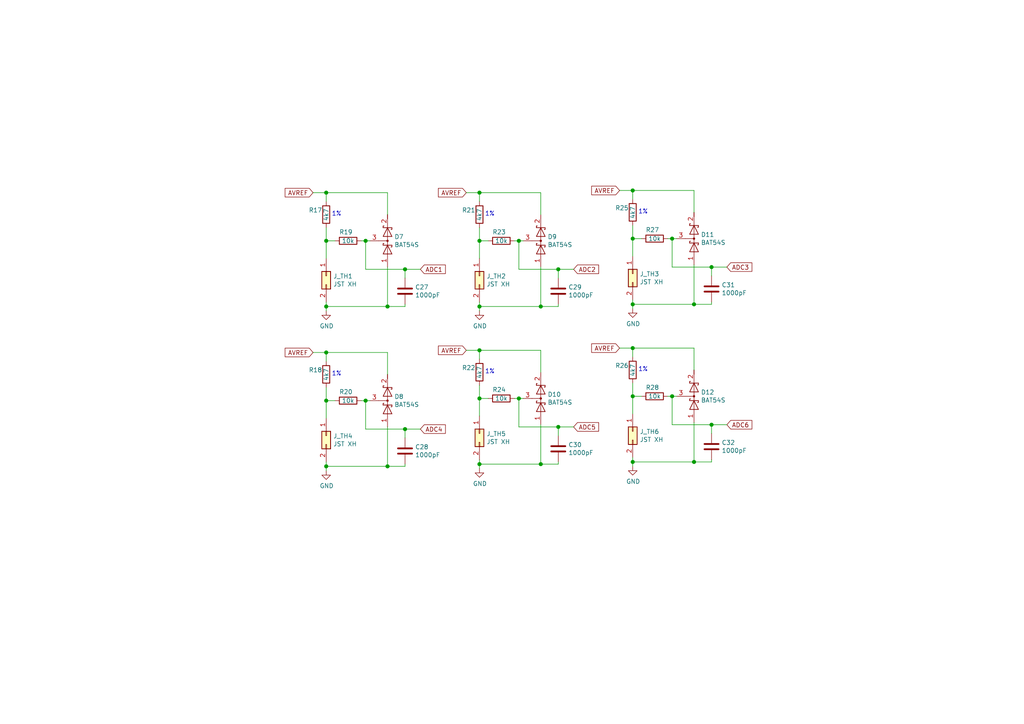
<source format=kicad_sch>
(kicad_sch (version 20210123) (generator eeschema)
  (paper "A4")
  (lib_symbols
    (symbol "Connector_Generic:Conn_02x01" (pin_names hide)
      (property "Reference" "J" (at 1.27 2.54 0))
      (property "Value" "Conn_02x01" (at 1.27 -2.54 0))
      (symbol "Conn_02x01_1_1"
        (rectangle (start -1.27 0.127) (end 0 -0.127))
        (rectangle (start -1.27 1.27) (end 3.81 -1.27) (stroke (width 0.254)) (fill (type background)))
        (rectangle (start 3.81 0.127) (end 2.54 -0.127))
        (pin passive line (at -5.08 0 0) (length 3.81) (name "Pin_1") (number "1"))
        (pin passive line (at 7.62 0 180) (length 3.81) (name "Pin_2") (number "2"))
      )
    )
    (symbol "Device:C" (pin_numbers hide) (pin_names (offset 0.254))
      (property "Reference" "C" (at 0.635 2.54 0))
      (property "Value" "C" (at 0.635 -2.54 0))
      (symbol "C_0_1"
        (polyline (pts (xy -2.032 -0.762) (xy 2.032 -0.762)) (stroke (width 0.508)))
        (polyline (pts (xy -2.032 0.762) (xy 2.032 0.762)) (stroke (width 0.508)))
      )
      (symbol "C_1_1"
        (pin passive line (at 0 3.81 270) (length 2.794) (name "~") (number "1"))
        (pin passive line (at 0 -3.81 90) (length 2.794) (name "~") (number "2"))
      )
    )
    (symbol "Device:D_Schottky_x2_Serial_AKC" (pin_names (offset 0.762) hide)
      (property "Reference" "D" (at 1.27 -2.54 0))
      (property "Value" "D_Schottky_x2_Serial_AKC" (at 0 2.54 0))
      (symbol "D_Schottky_x2_Serial_AKC_0_1"
        (circle (center 0 0) (radius 0.254) (fill (type outline)))
        (polyline (pts (xy -3.81 0) (xy 3.81 0)))
        (polyline (pts (xy 0 0) (xy 0 -2.54)))
        (polyline (pts (xy 6.35 0) (xy 7.62 0)))
        (polyline (pts (xy -1.27 -1.27) (xy -1.27 1.27) (xy -1.27 1.27)) (stroke (width 0.2032)))
        (polyline (pts (xy 3.81 1.27) (xy 3.81 -1.27) (xy 3.81 -1.27)) (stroke (width 0.2032)))
        (polyline (pts (xy -1.27 -1.27) (xy -0.762 -1.27) (xy -0.762 -1.016) (xy -0.762 -1.016)) (stroke (width 0.2032)))
        (polyline (pts (xy 3.81 -1.27) (xy 4.318 -1.27) (xy 4.318 -1.016) (xy 4.318 -1.016)) (stroke (width 0.2032)))
        (polyline (pts (xy 3.81 1.27) (xy 3.302 1.27) (xy 3.302 1.016) (xy 3.302 1.016)) (stroke (width 0.2032)))
        (polyline (pts (xy -1.778 1.016) (xy -1.778 1.27) (xy -1.27 1.27) (xy -1.27 1.27) (xy -1.27 1.27)) (stroke (width 0.2032)))
        (polyline (pts (xy -3.81 1.27) (xy -1.27 0) (xy -3.81 -1.27) (xy -3.81 1.27) (xy -3.81 1.27) (xy -3.81 1.27)) (stroke (width 0.2032)))
        (polyline (pts (xy 1.27 1.27) (xy 3.81 0) (xy 1.27 -1.27) (xy 1.27 1.27) (xy 1.27 1.27) (xy 1.27 1.27)) (stroke (width 0.2032)))
        (pin passive line (at -7.62 0 0) (length 3.81) (name "A") (number "1"))
        (pin passive line (at 7.62 0 180) (length 3.81) (name "K") (number "2"))
        (pin passive line (at 0 -5.08 90) (length 2.54) (name "common") (number "3"))
      )
    )
    (symbol "Device:R" (pin_numbers hide) (pin_names (offset 0))
      (property "Reference" "R" (at 2.032 0 90))
      (property "Value" "R" (at 0 0 90))
      (symbol "R_0_1"
        (rectangle (start -1.016 -2.54) (end 1.016 2.54) (stroke (width 0.254)))
      )
      (symbol "R_1_1"
        (pin passive line (at 0 3.81 270) (length 1.27) (name "~") (number "1"))
        (pin passive line (at 0 -3.81 90) (length 1.27) (name "~") (number "2"))
      )
    )
    (symbol "power:GND" (power) (pin_names (offset 0))
      (property "Value" "GND" (at 0 -3.81 0))
      (symbol "GND_0_1"
        (polyline (pts (xy 0 0) (xy 0 -1.27) (xy 1.27 -1.27) (xy 0 -2.54) (xy -1.27 -1.27) (xy 0 -1.27)))
      )
      (symbol "GND_1_1"
        (pin power_in line (at 0 0 270) (length 0) hide (name "GND") (number "1"))
      )
    )
  )
  (junction (at 94.615 55.88) (diameter 1.016))
  (junction (at 94.615 69.85) (diameter 1.016))
  (junction (at 94.615 88.9) (diameter 1.016))
  (junction (at 94.615 102.235) (diameter 1.016))
  (junction (at 94.615 116.205) (diameter 1.016))
  (junction (at 94.615 135.255) (diameter 1.016))
  (junction (at 106.045 69.85) (diameter 1.016))
  (junction (at 106.045 116.205) (diameter 1.016))
  (junction (at 112.395 88.9) (diameter 1.016))
  (junction (at 112.395 135.255) (diameter 1.016))
  (junction (at 117.475 78.105) (diameter 1.016))
  (junction (at 117.475 124.46) (diameter 1.016))
  (junction (at 139.065 55.88) (diameter 1.016))
  (junction (at 139.065 69.85) (diameter 1.016))
  (junction (at 139.065 88.9) (diameter 1.016))
  (junction (at 139.065 101.6) (diameter 1.016))
  (junction (at 139.065 115.57) (diameter 1.016))
  (junction (at 139.065 134.62) (diameter 1.016))
  (junction (at 150.495 69.85) (diameter 1.016))
  (junction (at 150.495 115.57) (diameter 1.016))
  (junction (at 156.845 88.9) (diameter 1.016))
  (junction (at 156.845 134.62) (diameter 1.016))
  (junction (at 161.925 78.105) (diameter 1.016))
  (junction (at 161.925 123.825) (diameter 1.016))
  (junction (at 183.515 55.245) (diameter 1.016))
  (junction (at 183.515 69.215) (diameter 1.016))
  (junction (at 183.515 88.265) (diameter 1.016))
  (junction (at 183.515 100.965) (diameter 1.016))
  (junction (at 183.515 114.935) (diameter 1.016))
  (junction (at 183.515 133.985) (diameter 1.016))
  (junction (at 194.945 69.215) (diameter 1.016))
  (junction (at 194.945 114.935) (diameter 1.016))
  (junction (at 201.295 88.265) (diameter 1.016))
  (junction (at 201.295 133.985) (diameter 1.016))
  (junction (at 206.375 77.47) (diameter 1.016))
  (junction (at 206.375 123.19) (diameter 1.016))
  (wire (pts (xy 94.615 55.88) (xy 90.805 55.88)))
  (wire (pts (xy 94.615 58.42) (xy 94.615 55.88)))
  (wire (pts (xy 94.615 66.04) (xy 94.615 69.85)))
  (wire (pts (xy 94.615 69.85) (xy 94.615 74.93)))
  (wire (pts (xy 94.615 87.63) (xy 94.615 88.9)))
  (wire (pts (xy 94.615 88.9) (xy 94.615 90.17)))
  (wire (pts (xy 94.615 102.235) (xy 90.805 102.235)))
  (wire (pts (xy 94.615 104.775) (xy 94.615 102.235)))
  (wire (pts (xy 94.615 112.395) (xy 94.615 116.205)))
  (wire (pts (xy 94.615 116.205) (xy 94.615 121.285)))
  (wire (pts (xy 94.615 133.985) (xy 94.615 135.255)))
  (wire (pts (xy 94.615 135.255) (xy 94.615 136.525)))
  (wire (pts (xy 97.155 69.85) (xy 94.615 69.85)))
  (wire (pts (xy 97.155 116.205) (xy 94.615 116.205)))
  (wire (pts (xy 106.045 69.85) (xy 104.775 69.85)))
  (wire (pts (xy 106.045 78.105) (xy 106.045 69.85)))
  (wire (pts (xy 106.045 116.205) (xy 104.775 116.205)))
  (wire (pts (xy 106.045 124.46) (xy 106.045 116.205)))
  (wire (pts (xy 107.315 69.85) (xy 106.045 69.85)))
  (wire (pts (xy 107.315 116.205) (xy 106.045 116.205)))
  (wire (pts (xy 112.395 55.88) (xy 94.615 55.88)))
  (wire (pts (xy 112.395 62.23) (xy 112.395 55.88)))
  (wire (pts (xy 112.395 77.47) (xy 112.395 88.9)))
  (wire (pts (xy 112.395 88.9) (xy 94.615 88.9)))
  (wire (pts (xy 112.395 102.235) (xy 94.615 102.235)))
  (wire (pts (xy 112.395 108.585) (xy 112.395 102.235)))
  (wire (pts (xy 112.395 123.825) (xy 112.395 135.255)))
  (wire (pts (xy 112.395 135.255) (xy 94.615 135.255)))
  (wire (pts (xy 117.475 78.105) (xy 106.045 78.105)))
  (wire (pts (xy 117.475 78.105) (xy 121.92 78.105)))
  (wire (pts (xy 117.475 80.645) (xy 117.475 78.105)))
  (wire (pts (xy 117.475 88.265) (xy 117.475 88.9)))
  (wire (pts (xy 117.475 88.9) (xy 112.395 88.9)))
  (wire (pts (xy 117.475 124.46) (xy 106.045 124.46)))
  (wire (pts (xy 117.475 124.46) (xy 121.92 124.46)))
  (wire (pts (xy 117.475 127) (xy 117.475 124.46)))
  (wire (pts (xy 117.475 134.62) (xy 117.475 135.255)))
  (wire (pts (xy 117.475 135.255) (xy 112.395 135.255)))
  (wire (pts (xy 139.065 55.88) (xy 135.255 55.88)))
  (wire (pts (xy 139.065 58.42) (xy 139.065 55.88)))
  (wire (pts (xy 139.065 66.04) (xy 139.065 69.85)))
  (wire (pts (xy 139.065 69.85) (xy 139.065 74.93)))
  (wire (pts (xy 139.065 87.63) (xy 139.065 88.9)))
  (wire (pts (xy 139.065 88.9) (xy 139.065 90.17)))
  (wire (pts (xy 139.065 101.6) (xy 135.255 101.6)))
  (wire (pts (xy 139.065 104.14) (xy 139.065 101.6)))
  (wire (pts (xy 139.065 111.76) (xy 139.065 115.57)))
  (wire (pts (xy 139.065 115.57) (xy 139.065 120.65)))
  (wire (pts (xy 139.065 133.35) (xy 139.065 134.62)))
  (wire (pts (xy 139.065 134.62) (xy 139.065 135.89)))
  (wire (pts (xy 141.605 69.85) (xy 139.065 69.85)))
  (wire (pts (xy 141.605 115.57) (xy 139.065 115.57)))
  (wire (pts (xy 150.495 69.85) (xy 149.225 69.85)))
  (wire (pts (xy 150.495 78.105) (xy 150.495 69.85)))
  (wire (pts (xy 150.495 115.57) (xy 149.225 115.57)))
  (wire (pts (xy 150.495 123.825) (xy 150.495 115.57)))
  (wire (pts (xy 151.765 69.85) (xy 150.495 69.85)))
  (wire (pts (xy 151.765 115.57) (xy 150.495 115.57)))
  (wire (pts (xy 156.845 55.88) (xy 139.065 55.88)))
  (wire (pts (xy 156.845 62.23) (xy 156.845 55.88)))
  (wire (pts (xy 156.845 77.47) (xy 156.845 88.9)))
  (wire (pts (xy 156.845 88.9) (xy 139.065 88.9)))
  (wire (pts (xy 156.845 101.6) (xy 139.065 101.6)))
  (wire (pts (xy 156.845 107.95) (xy 156.845 101.6)))
  (wire (pts (xy 156.845 123.19) (xy 156.845 134.62)))
  (wire (pts (xy 156.845 134.62) (xy 139.065 134.62)))
  (wire (pts (xy 161.925 78.105) (xy 150.495 78.105)))
  (wire (pts (xy 161.925 78.105) (xy 166.37 78.105)))
  (wire (pts (xy 161.925 80.645) (xy 161.925 78.105)))
  (wire (pts (xy 161.925 88.265) (xy 161.925 88.9)))
  (wire (pts (xy 161.925 88.9) (xy 156.845 88.9)))
  (wire (pts (xy 161.925 123.825) (xy 150.495 123.825)))
  (wire (pts (xy 161.925 123.825) (xy 166.37 123.825)))
  (wire (pts (xy 161.925 126.365) (xy 161.925 123.825)))
  (wire (pts (xy 161.925 133.985) (xy 161.925 134.62)))
  (wire (pts (xy 161.925 134.62) (xy 156.845 134.62)))
  (wire (pts (xy 183.515 55.245) (xy 179.705 55.245)))
  (wire (pts (xy 183.515 57.785) (xy 183.515 55.245)))
  (wire (pts (xy 183.515 65.405) (xy 183.515 69.215)))
  (wire (pts (xy 183.515 69.215) (xy 183.515 74.295)))
  (wire (pts (xy 183.515 86.995) (xy 183.515 88.265)))
  (wire (pts (xy 183.515 88.265) (xy 183.515 89.535)))
  (wire (pts (xy 183.515 100.965) (xy 179.705 100.965)))
  (wire (pts (xy 183.515 103.505) (xy 183.515 100.965)))
  (wire (pts (xy 183.515 111.125) (xy 183.515 114.935)))
  (wire (pts (xy 183.515 114.935) (xy 183.515 120.015)))
  (wire (pts (xy 183.515 132.715) (xy 183.515 133.985)))
  (wire (pts (xy 183.515 133.985) (xy 183.515 135.255)))
  (wire (pts (xy 186.055 69.215) (xy 183.515 69.215)))
  (wire (pts (xy 186.055 114.935) (xy 183.515 114.935)))
  (wire (pts (xy 194.945 69.215) (xy 193.675 69.215)))
  (wire (pts (xy 194.945 77.47) (xy 194.945 69.215)))
  (wire (pts (xy 194.945 114.935) (xy 193.675 114.935)))
  (wire (pts (xy 194.945 123.19) (xy 194.945 114.935)))
  (wire (pts (xy 196.215 69.215) (xy 194.945 69.215)))
  (wire (pts (xy 196.215 114.935) (xy 194.945 114.935)))
  (wire (pts (xy 201.295 55.245) (xy 183.515 55.245)))
  (wire (pts (xy 201.295 61.595) (xy 201.295 55.245)))
  (wire (pts (xy 201.295 76.835) (xy 201.295 88.265)))
  (wire (pts (xy 201.295 88.265) (xy 183.515 88.265)))
  (wire (pts (xy 201.295 100.965) (xy 183.515 100.965)))
  (wire (pts (xy 201.295 107.315) (xy 201.295 100.965)))
  (wire (pts (xy 201.295 122.555) (xy 201.295 133.985)))
  (wire (pts (xy 201.295 133.985) (xy 183.515 133.985)))
  (wire (pts (xy 206.375 77.47) (xy 194.945 77.47)))
  (wire (pts (xy 206.375 77.47) (xy 210.82 77.47)))
  (wire (pts (xy 206.375 80.01) (xy 206.375 77.47)))
  (wire (pts (xy 206.375 87.63) (xy 206.375 88.265)))
  (wire (pts (xy 206.375 88.265) (xy 201.295 88.265)))
  (wire (pts (xy 206.375 123.19) (xy 194.945 123.19)))
  (wire (pts (xy 206.375 123.19) (xy 210.82 123.19)))
  (wire (pts (xy 206.375 125.73) (xy 206.375 123.19)))
  (wire (pts (xy 206.375 133.35) (xy 206.375 133.985)))
  (wire (pts (xy 206.375 133.985) (xy 201.295 133.985)))
  (text "1%" (at 99.06 62.865 180) (effects (font (size 1.27 1.27)) (justify right bottom)))
  (text "1%" (at 99.06 109.22 180) (effects (font (size 1.27 1.27)) (justify right bottom)))
  (text "1%" (at 143.51 62.865 180) (effects (font (size 1.27 1.27)) (justify right bottom)))
  (text "1%" (at 143.51 108.585 180) (effects (font (size 1.27 1.27)) (justify right bottom)))
  (text "1%" (at 187.96 62.23 180) (effects (font (size 1.27 1.27)) (justify right bottom)))
  (text "1%" (at 187.96 107.95 180) (effects (font (size 1.27 1.27)) (justify right bottom)))
  (global_label "AVREF" (shape input) (at 90.805 55.88 180) (property "Intersheet References" "${INTERSHEET_REFS}" (effects hide)))
  (global_label "AVREF" (shape input) (at 90.805 102.235 180) (property "Intersheet References" "${INTERSHEET_REFS}" (effects hide)))
  (global_label "ADC1" (shape input) (at 121.92 78.105 0) (property "Intersheet References" "${INTERSHEET_REFS}" (effects hide)))
  (global_label "ADC4" (shape input) (at 121.92 124.46 0) (property "Intersheet References" "${INTERSHEET_REFS}" (effects hide)))
  (global_label "AVREF" (shape input) (at 135.255 55.88 180) (property "Intersheet References" "${INTERSHEET_REFS}" (effects hide)))
  (global_label "AVREF" (shape input) (at 135.255 101.6 180) (property "Intersheet References" "${INTERSHEET_REFS}" (effects hide)))
  (global_label "ADC2" (shape input) (at 166.37 78.105 0) (property "Intersheet References" "${INTERSHEET_REFS}" (effects hide)))
  (global_label "ADC5" (shape input) (at 166.37 123.825 0) (property "Intersheet References" "${INTERSHEET_REFS}" (effects hide)))
  (global_label "AVREF" (shape input) (at 179.705 55.245 180) (property "Intersheet References" "${INTERSHEET_REFS}" (effects hide)))
  (global_label "AVREF" (shape input) (at 179.705 100.965 180) (property "Intersheet References" "${INTERSHEET_REFS}" (effects hide)))
  (global_label "ADC3" (shape input) (at 210.82 77.47 0) (property "Intersheet References" "${INTERSHEET_REFS}" (effects hide)))
  (global_label "ADC6" (shape input) (at 210.82 123.19 0) (property "Intersheet References" "${INTERSHEET_REFS}" (effects hide)))
  (symbol (lib_id "power:GND") (at 94.615 90.17 0) (unit 1)
    (property "Reference" "#PWR022" (effects hide))
    (property "Value" "GND" (at 94.742 94.5642 0))
  )
  (symbol (lib_id "power:GND") (at 94.615 136.525 0) (unit 1)
    (property "Reference" "#PWR023" (effects hide))
    (property "Value" "GND" (at 94.742 140.9192 0))
  )
  (symbol (lib_id "power:GND") (at 139.065 90.17 0) (unit 1)
    (property "Reference" "#PWR024" (effects hide))
    (property "Value" "GND" (at 139.192 94.5642 0))
  )
  (symbol (lib_id "power:GND") (at 139.065 135.89 0) (unit 1)
    (property "Reference" "#PWR025" (effects hide))
    (property "Value" "GND" (at 139.192 140.2842 0))
  )
  (symbol (lib_id "power:GND") (at 183.515 89.535 0) (unit 1)
    (property "Reference" "#PWR026" (effects hide))
    (property "Value" "GND" (at 183.642 93.9292 0))
  )
  (symbol (lib_id "power:GND") (at 183.515 135.255 0) (unit 1)
    (property "Reference" "#PWR027" (effects hide))
    (property "Value" "GND" (at 183.642 139.6492 0))
  )
  (symbol (lib_id "Device:R") (at 94.615 62.23 0) (unit 1)
    (property "Reference" "R17" (at 89.535 60.96 0) (effects (justify left)))
    (property "Value" "4k7" (at 94.615 64.135 90) (effects (justify left)))
    (property "Footprint" "Resistor_SMD:R_0402_1005Metric" (effects hide))
    (property "Part #" "0402WGF4701TCE" (effects hide))
    (property "LCSC Part #" "C25900" (effects hide))
  )
  (symbol (lib_id "Device:R") (at 94.615 108.585 0) (unit 1)
    (property "Reference" "R18" (at 89.535 107.315 0) (effects (justify left)))
    (property "Value" "4k7" (at 94.615 110.49 90) (effects (justify left)))
    (property "Footprint" "Resistor_SMD:R_0402_1005Metric" (effects hide))
    (property "Part #" "0402WGF4701TCE" (effects hide))
    (property "LCSC Part #" "C25900" (effects hide))
  )
  (symbol (lib_id "Device:R") (at 100.965 69.85 270) (unit 1)
    (property "Reference" "R19" (at 100.33 67.31 90))
    (property "Value" "10k" (at 100.965 69.85 90))
    (property "Footprint" "Resistor_SMD:R_0402_1005Metric" (effects hide))
    (property "Part #" "0402WGF1002TCE" (effects hide))
    (property "LCSC Part #" "C25744" (effects hide))
  )
  (symbol (lib_id "Device:R") (at 100.965 116.205 270) (unit 1)
    (property "Reference" "R20" (at 100.33 113.665 90))
    (property "Value" "10k" (at 100.965 116.205 90))
    (property "Footprint" "Resistor_SMD:R_0402_1005Metric" (effects hide))
    (property "Part #" "0402WGF1002TCE" (effects hide))
    (property "LCSC Part #" "C25744" (effects hide))
  )
  (symbol (lib_id "Device:R") (at 139.065 62.23 0) (unit 1)
    (property "Reference" "R21" (at 133.985 60.96 0) (effects (justify left)))
    (property "Value" "4k7" (at 139.065 64.135 90) (effects (justify left)))
    (property "Footprint" "Resistor_SMD:R_0402_1005Metric" (effects hide))
    (property "Part #" "0402WGF4701TCE" (effects hide))
    (property "LCSC Part #" "C25900" (effects hide))
  )
  (symbol (lib_id "Device:R") (at 139.065 107.95 0) (unit 1)
    (property "Reference" "R22" (at 133.985 106.68 0) (effects (justify left)))
    (property "Value" "4k7" (at 139.065 109.855 90) (effects (justify left)))
    (property "Footprint" "Resistor_SMD:R_0402_1005Metric" (effects hide))
    (property "Part #" "0402WGF4701TCE" (effects hide))
    (property "LCSC Part #" "C25900" (effects hide))
  )
  (symbol (lib_id "Device:R") (at 145.415 69.85 270) (unit 1)
    (property "Reference" "R23" (at 144.78 67.31 90))
    (property "Value" "10k" (at 145.415 69.85 90))
    (property "Footprint" "Resistor_SMD:R_0402_1005Metric" (effects hide))
    (property "Part #" "0402WGF1002TCE" (effects hide))
    (property "LCSC Part #" "C25744" (effects hide))
  )
  (symbol (lib_id "Device:R") (at 145.415 115.57 270) (unit 1)
    (property "Reference" "R24" (at 144.78 113.03 90))
    (property "Value" "10k" (at 145.415 115.57 90))
    (property "Footprint" "Resistor_SMD:R_0402_1005Metric" (effects hide))
    (property "Part #" "0402WGF1002TCE" (effects hide))
    (property "LCSC Part #" "C25744" (effects hide))
  )
  (symbol (lib_id "Device:R") (at 183.515 61.595 0) (unit 1)
    (property "Reference" "R25" (at 178.435 60.325 0) (effects (justify left)))
    (property "Value" "4k7" (at 183.515 63.5 90) (effects (justify left)))
    (property "Footprint" "Resistor_SMD:R_0402_1005Metric" (effects hide))
    (property "Part #" "0402WGF4701TCE" (effects hide))
    (property "LCSC Part #" "C25900" (effects hide))
  )
  (symbol (lib_id "Device:R") (at 183.515 107.315 0) (unit 1)
    (property "Reference" "R26" (at 178.435 106.045 0) (effects (justify left)))
    (property "Value" "4k7" (at 183.515 109.22 90) (effects (justify left)))
    (property "Footprint" "Resistor_SMD:R_0402_1005Metric" (effects hide))
    (property "Part #" "0402WGF4701TCE" (effects hide))
    (property "LCSC Part #" "C25900" (effects hide))
  )
  (symbol (lib_id "Device:R") (at 189.865 69.215 270) (unit 1)
    (property "Reference" "R27" (at 189.23 66.675 90))
    (property "Value" "10k" (at 189.865 69.215 90))
    (property "Footprint" "Resistor_SMD:R_0402_1005Metric" (effects hide))
    (property "Part #" "0402WGF1002TCE" (effects hide))
    (property "LCSC Part #" "C25744" (effects hide))
  )
  (symbol (lib_id "Device:R") (at 189.865 114.935 270) (unit 1)
    (property "Reference" "R28" (at 189.23 112.395 90))
    (property "Value" "10k" (at 189.865 114.935 90))
    (property "Footprint" "Resistor_SMD:R_0402_1005Metric" (effects hide))
    (property "Part #" "0402WGF1002TCE" (effects hide))
    (property "LCSC Part #" "C25744" (effects hide))
  )
  (symbol (lib_id "Device:C") (at 117.475 84.455 0) (unit 1)
    (property "Reference" "C27" (at 120.396 83.2866 0) (effects (justify left)))
    (property "Value" "1000pF" (at 120.396 85.598 0) (effects (justify left)))
    (property "Footprint" "Capacitor_SMD:C_0402_1005Metric" (effects hide))
    (property "Part #" "0402B102K500NT" (effects hide))
    (property "LCSC Part #" "C1523" (effects hide))
  )
  (symbol (lib_id "Device:C") (at 117.475 130.81 0) (unit 1)
    (property "Reference" "C28" (at 120.396 129.6416 0) (effects (justify left)))
    (property "Value" "1000pF" (at 120.396 131.953 0) (effects (justify left)))
    (property "Footprint" "Capacitor_SMD:C_0402_1005Metric" (effects hide))
    (property "Part #" "0402B102K500NT" (effects hide))
    (property "LCSC Part #" "C1523" (effects hide))
  )
  (symbol (lib_id "Device:C") (at 161.925 84.455 0) (unit 1)
    (property "Reference" "C29" (at 164.846 83.2866 0) (effects (justify left)))
    (property "Value" "1000pF" (at 164.846 85.598 0) (effects (justify left)))
    (property "Footprint" "Capacitor_SMD:C_0402_1005Metric" (effects hide))
    (property "Part #" "0402B102K500NT" (effects hide))
    (property "LCSC Part #" "C1523" (effects hide))
  )
  (symbol (lib_id "Device:C") (at 161.925 130.175 0) (unit 1)
    (property "Reference" "C30" (at 164.846 129.0066 0) (effects (justify left)))
    (property "Value" "1000pF" (at 164.846 131.318 0) (effects (justify left)))
    (property "Footprint" "Capacitor_SMD:C_0402_1005Metric" (effects hide))
    (property "Part #" "0402B102K500NT" (effects hide))
    (property "LCSC Part #" "C1523" (effects hide))
  )
  (symbol (lib_id "Device:C") (at 206.375 83.82 0) (unit 1)
    (property "Reference" "C31" (at 209.296 82.6516 0) (effects (justify left)))
    (property "Value" "1000pF" (at 209.296 84.963 0) (effects (justify left)))
    (property "Footprint" "Capacitor_SMD:C_0402_1005Metric" (effects hide))
    (property "Part #" "0402B102K500NT" (effects hide))
    (property "LCSC Part #" "C1523" (effects hide))
  )
  (symbol (lib_id "Device:C") (at 206.375 129.54 0) (unit 1)
    (property "Reference" "C32" (at 209.296 128.3716 0) (effects (justify left)))
    (property "Value" "1000pF" (at 209.296 130.683 0) (effects (justify left)))
    (property "Footprint" "Capacitor_SMD:C_0402_1005Metric" (effects hide))
    (property "Part #" "0402B102K500NT" (effects hide))
    (property "LCSC Part #" "C1523" (effects hide))
  )
  (symbol (lib_id "Connector_Generic:Conn_02x01") (at 94.615 80.01 270) (unit 1)
    (property "Reference" "J_TH1" (at 96.647 80.1116 90) (effects (justify left)))
    (property "Value" "JST XH" (at 96.647 82.423 90) (effects (justify left)))
    (property "Footprint" "Connector_JST:JST_XH_B2B-XH-A_1x02_P2.50mm_Vertical" (effects hide))
  )
  (symbol (lib_id "Connector_Generic:Conn_02x01") (at 94.615 126.365 270) (unit 1)
    (property "Reference" "J_TH4" (at 96.647 126.4666 90) (effects (justify left)))
    (property "Value" "JST XH" (at 96.647 128.778 90) (effects (justify left)))
    (property "Footprint" "Connector_JST:JST_XH_B2B-XH-A_1x02_P2.50mm_Vertical" (effects hide))
  )
  (symbol (lib_id "Connector_Generic:Conn_02x01") (at 139.065 80.01 270) (unit 1)
    (property "Reference" "J_TH2" (at 141.097 80.1116 90) (effects (justify left)))
    (property "Value" "JST XH" (at 141.097 82.423 90) (effects (justify left)))
    (property "Footprint" "Connector_JST:JST_XH_B2B-XH-A_1x02_P2.50mm_Vertical" (effects hide))
  )
  (symbol (lib_id "Connector_Generic:Conn_02x01") (at 139.065 125.73 270) (unit 1)
    (property "Reference" "J_TH5" (at 141.097 125.8316 90) (effects (justify left)))
    (property "Value" "JST XH" (at 141.097 128.143 90) (effects (justify left)))
    (property "Footprint" "Connector_JST:JST_XH_B2B-XH-A_1x02_P2.50mm_Vertical" (effects hide))
  )
  (symbol (lib_id "Connector_Generic:Conn_02x01") (at 183.515 79.375 270) (unit 1)
    (property "Reference" "J_TH3" (at 185.547 79.4766 90) (effects (justify left)))
    (property "Value" "JST XH" (at 185.547 81.788 90) (effects (justify left)))
    (property "Footprint" "Connector_JST:JST_XH_B2B-XH-A_1x02_P2.50mm_Vertical" (effects hide))
  )
  (symbol (lib_id "Connector_Generic:Conn_02x01") (at 183.515 125.095 270) (unit 1)
    (property "Reference" "J_TH6" (at 185.547 125.1966 90) (effects (justify left)))
    (property "Value" "JST XH" (at 185.547 127.508 90) (effects (justify left)))
    (property "Footprint" "Connector_JST:JST_XH_B2B-XH-A_1x02_P2.50mm_Vertical" (effects hide))
  )
  (symbol (lib_id "Device:D_Schottky_x2_Serial_AKC") (at 112.395 69.85 270) (mirror x) (unit 1)
    (property "Reference" "D7" (at 114.3762 68.6816 90) (effects (justify left)))
    (property "Value" "BAT54S" (at 114.3762 70.993 90) (effects (justify left)))
    (property "Footprint" "Package_TO_SOT_SMD:SOT-23" (effects hide))
    (property "Part #" "BAT54S" (effects hide))
    (property "LCSC Part #" "C181201" (effects hide))
  )
  (symbol (lib_id "Device:D_Schottky_x2_Serial_AKC") (at 112.395 116.205 270) (mirror x) (unit 1)
    (property "Reference" "D8" (at 114.3762 115.0366 90) (effects (justify left)))
    (property "Value" "BAT54S" (at 114.3762 117.348 90) (effects (justify left)))
    (property "Footprint" "Package_TO_SOT_SMD:SOT-23" (effects hide))
    (property "Part #" "BAT54S" (effects hide))
    (property "LCSC Part #" "C181201" (effects hide))
  )
  (symbol (lib_id "Device:D_Schottky_x2_Serial_AKC") (at 156.845 69.85 270) (mirror x) (unit 1)
    (property "Reference" "D9" (at 158.8262 68.6816 90) (effects (justify left)))
    (property "Value" "BAT54S" (at 158.8262 70.993 90) (effects (justify left)))
    (property "Footprint" "Package_TO_SOT_SMD:SOT-23" (effects hide))
    (property "Part #" "BAT54S" (effects hide))
    (property "LCSC Part #" "C181201" (effects hide))
  )
  (symbol (lib_id "Device:D_Schottky_x2_Serial_AKC") (at 156.845 115.57 270) (mirror x) (unit 1)
    (property "Reference" "D10" (at 158.8262 114.4016 90) (effects (justify left)))
    (property "Value" "BAT54S" (at 158.8262 116.713 90) (effects (justify left)))
    (property "Footprint" "Package_TO_SOT_SMD:SOT-23" (effects hide))
    (property "Part #" "BAT54S" (effects hide))
    (property "LCSC Part #" "C181201" (effects hide))
  )
  (symbol (lib_id "Device:D_Schottky_x2_Serial_AKC") (at 201.295 69.215 270) (mirror x) (unit 1)
    (property "Reference" "D11" (at 203.2762 68.0466 90) (effects (justify left)))
    (property "Value" "BAT54S" (at 203.2762 70.358 90) (effects (justify left)))
    (property "Footprint" "Package_TO_SOT_SMD:SOT-23" (effects hide))
    (property "Part #" "BAT54S" (effects hide))
    (property "LCSC Part #" "C181201" (effects hide))
  )
  (symbol (lib_id "Device:D_Schottky_x2_Serial_AKC") (at 201.295 114.935 270) (mirror x) (unit 1)
    (property "Reference" "D12" (at 203.2762 113.7666 90) (effects (justify left)))
    (property "Value" "BAT54S" (at 203.2762 116.078 90) (effects (justify left)))
    (property "Footprint" "Package_TO_SOT_SMD:SOT-23" (effects hide))
    (property "Part #" "BAT54S" (effects hide))
    (property "LCSC Part #" "C181201" (effects hide))
  )
)
</source>
